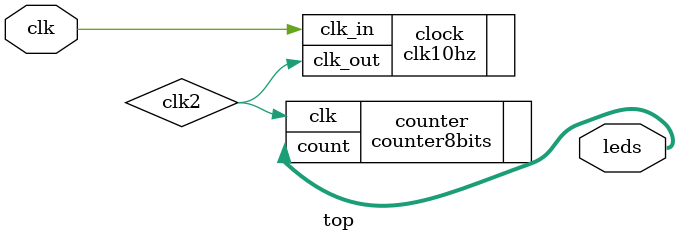
<source format=v>
module top(input clk, output [7:0] leds);

wire clk2;

clk10hz clock(.clk_in(clk), .clk_out(clk2));
counter8bits counter(.clk(clk2), .count(leds));

endmodule

</source>
